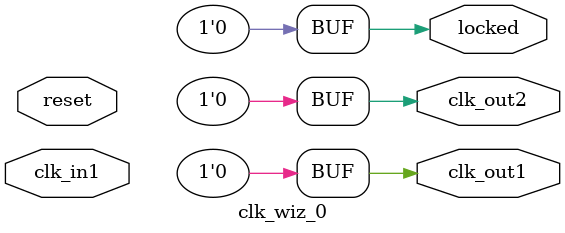
<source format=v>
module clk_wiz_0(	// file.cleaned.mlir:2:3
  input  reset,	// file.cleaned.mlir:2:27
         clk_in1,	// file.cleaned.mlir:2:43
  output clk_out1,	// file.cleaned.mlir:2:62
         clk_out2,	// file.cleaned.mlir:2:81
         locked	// file.cleaned.mlir:2:100
);

  assign clk_out1 = 1'h0;	// file.cleaned.mlir:3:14, :4:5
  assign clk_out2 = 1'h0;	// file.cleaned.mlir:3:14, :4:5
  assign locked = 1'h0;	// file.cleaned.mlir:3:14, :4:5
endmodule


</source>
